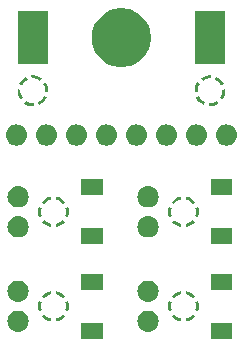
<source format=gtp>
G75*
%FSLAX44Y44*%
%MOMM*%

G36*
X-79900Y25000D2*
X-80083Y26814D1*
X-80607Y28503D1*
X-81437Y30032D1*
X-82536Y31364D1*
X-83868Y32463D1*
X-85397Y33293D1*
X-87086Y33817D1*
X-88900Y34000D1*
X-90714Y33817D1*
X-92403Y33293D1*
X-93932Y32463D1*
X-95264Y31364D1*
X-96363Y30032D1*
X-97193Y28503D1*
X-97717Y26814D1*
X-97900Y25000D1*
X-97717Y23186D1*
X-97193Y21497D1*
X-96363Y19968D1*
X-95264Y18636D1*
X-93932Y17537D1*
X-92403Y16707D1*
X-90714Y16183D1*
X-88900Y16000D1*
X-87086Y16183D1*
X-85397Y16707D1*
X-83868Y17537D1*
X-82536Y18636D1*
X-81437Y19968D1*
X-80607Y21497D1*
X-80083Y23186D1*
X-79900Y25000D1*
G37*

G36*
X-54500Y25000D2*
X-54683Y26814D1*
X-55207Y28503D1*
X-56037Y30032D1*
X-57136Y31364D1*
X-58468Y32463D1*
X-59997Y33293D1*
X-61686Y33817D1*
X-63500Y34000D1*
X-65314Y33817D1*
X-67003Y33293D1*
X-68532Y32463D1*
X-69864Y31364D1*
X-70963Y30032D1*
X-71793Y28503D1*
X-72317Y26814D1*
X-72500Y25000D1*
X-72317Y23186D1*
X-71793Y21497D1*
X-70963Y19968D1*
X-69864Y18636D1*
X-68532Y17537D1*
X-67003Y16707D1*
X-65314Y16183D1*
X-63500Y16000D1*
X-61686Y16183D1*
X-59997Y16707D1*
X-58468Y17537D1*
X-57136Y18636D1*
X-56037Y19968D1*
X-55207Y21497D1*
X-54683Y23186D1*
X-54500Y25000D1*
G37*

G36*
X-29100Y25000D2*
X-29283Y26814D1*
X-29807Y28503D1*
X-30637Y30032D1*
X-31736Y31364D1*
X-33068Y32463D1*
X-34597Y33293D1*
X-36286Y33817D1*
X-38100Y34000D1*
X-39914Y33817D1*
X-41603Y33293D1*
X-43132Y32463D1*
X-44464Y31364D1*
X-45563Y30032D1*
X-46393Y28503D1*
X-46917Y26814D1*
X-47100Y25000D1*
X-46917Y23186D1*
X-46393Y21497D1*
X-45563Y19968D1*
X-44464Y18636D1*
X-43132Y17537D1*
X-41603Y16707D1*
X-39914Y16183D1*
X-38100Y16000D1*
X-36286Y16183D1*
X-34597Y16707D1*
X-33068Y17537D1*
X-31736Y18636D1*
X-30637Y19968D1*
X-29807Y21497D1*
X-29283Y23186D1*
X-29100Y25000D1*
G37*

G36*
X-3700Y25000D2*
X-3883Y26814D1*
X-4407Y28503D1*
X-5237Y30032D1*
X-6336Y31364D1*
X-7668Y32463D1*
X-9197Y33293D1*
X-10886Y33817D1*
X-12700Y34000D1*
X-14514Y33817D1*
X-16203Y33293D1*
X-17732Y32463D1*
X-19064Y31364D1*
X-20163Y30032D1*
X-20993Y28503D1*
X-21517Y26814D1*
X-21700Y25000D1*
X-21517Y23186D1*
X-20993Y21497D1*
X-20163Y19968D1*
X-19064Y18636D1*
X-17732Y17537D1*
X-16203Y16707D1*
X-14514Y16183D1*
X-12700Y16000D1*
X-10886Y16183D1*
X-9197Y16707D1*
X-7668Y17537D1*
X-6336Y18636D1*
X-5237Y19968D1*
X-4407Y21497D1*
X-3883Y23186D1*
X-3700Y25000D1*
G37*

G36*
X21700Y25000D2*
X21517Y26814D1*
X20993Y28503D1*
X20163Y30032D1*
X19064Y31364D1*
X17732Y32463D1*
X16203Y33293D1*
X14514Y33817D1*
X12700Y34000D1*
X10886Y33817D1*
X9197Y33293D1*
X7668Y32463D1*
X6336Y31364D1*
X5237Y30032D1*
X4407Y28503D1*
X3883Y26814D1*
X3700Y25000D1*
X3883Y23186D1*
X4407Y21497D1*
X5237Y19968D1*
X6336Y18636D1*
X7668Y17537D1*
X9197Y16707D1*
X10886Y16183D1*
X12700Y16000D1*
X14514Y16183D1*
X16203Y16707D1*
X17732Y17537D1*
X19064Y18636D1*
X20163Y19968D1*
X20993Y21497D1*
X21517Y23186D1*
X21700Y25000D1*
G37*

G36*
X47100Y25000D2*
X46917Y26814D1*
X46393Y28503D1*
X45563Y30032D1*
X44464Y31364D1*
X43132Y32463D1*
X41603Y33293D1*
X39914Y33817D1*
X38100Y34000D1*
X36286Y33817D1*
X34597Y33293D1*
X33068Y32463D1*
X31736Y31364D1*
X30637Y30032D1*
X29807Y28503D1*
X29283Y26814D1*
X29100Y25000D1*
X29283Y23186D1*
X29807Y21497D1*
X30637Y19968D1*
X31736Y18636D1*
X33068Y17537D1*
X34597Y16707D1*
X36286Y16183D1*
X38100Y16000D1*
X39914Y16183D1*
X41603Y16707D1*
X43132Y17537D1*
X44464Y18636D1*
X45563Y19968D1*
X46393Y21497D1*
X46917Y23186D1*
X47100Y25000D1*
G37*

G36*
X72500Y25000D2*
X72317Y26814D1*
X71793Y28503D1*
X70963Y30032D1*
X69864Y31364D1*
X68532Y32463D1*
X67003Y33293D1*
X65314Y33817D1*
X63500Y34000D1*
X61686Y33817D1*
X59997Y33293D1*
X58468Y32463D1*
X57136Y31364D1*
X56037Y30032D1*
X55207Y28503D1*
X54683Y26814D1*
X54500Y25000D1*
X54683Y23186D1*
X55207Y21497D1*
X56037Y19968D1*
X57136Y18636D1*
X58468Y17537D1*
X59997Y16707D1*
X61686Y16183D1*
X63500Y16000D1*
X65314Y16183D1*
X67003Y16707D1*
X68532Y17537D1*
X69864Y18636D1*
X70963Y19968D1*
X71793Y21497D1*
X72317Y23186D1*
X72500Y25000D1*
G37*

G36*
X97900Y25000D2*
X97717Y26814D1*
X97193Y28503D1*
X96363Y30032D1*
X95264Y31364D1*
X93932Y32463D1*
X92403Y33293D1*
X90714Y33817D1*
X88900Y34000D1*
X87086Y33817D1*
X85397Y33293D1*
X83868Y32463D1*
X82536Y31364D1*
X81437Y30032D1*
X80607Y28503D1*
X80083Y26814D1*
X79900Y25000D1*
X80083Y23186D1*
X80607Y21497D1*
X81437Y19968D1*
X82536Y18636D1*
X83868Y17537D1*
X85397Y16707D1*
X87086Y16183D1*
X88900Y16000D1*
X90714Y16183D1*
X92403Y16707D1*
X93932Y17537D1*
X95264Y18636D1*
X96363Y19968D1*
X97193Y21497D1*
X97717Y23186D1*
X97900Y25000D1*
G37*

G36*
X-62500Y130000D2*
Y85000D1*
X-87500D1*
Y130000D1*
X-62500D1*
G37*

G36*
X87500Y130000D2*
Y85000D1*
X62500D1*
Y130000D1*
X87500D1*
G37*

G36*
X25000Y107500D2*
X24871Y110056D1*
X24492Y112538D1*
X23876Y114934D1*
X23035Y117231D1*
X21983Y119416D1*
X20730Y121478D1*
X19291Y123402D1*
X17678Y125178D1*
X15902Y126791D1*
X13978Y128230D1*
X11916Y129483D1*
X9731Y130535D1*
X7434Y131376D1*
X5038Y131992D1*
X2556Y132371D1*
X0Y132500D1*
X-2556Y132371D1*
X-5038Y131992D1*
X-7434Y131376D1*
X-9731Y130535D1*
X-11916Y129483D1*
X-13978Y128230D1*
X-15902Y126791D1*
X-17678Y125178D1*
X-19291Y123402D1*
X-20730Y121478D1*
X-21983Y119416D1*
X-23035Y117231D1*
X-23876Y114934D1*
X-24492Y112538D1*
X-24871Y110056D1*
X-25000Y107500D1*
X-24871Y104944D1*
X-24492Y102462D1*
X-23876Y100066D1*
X-23035Y97769D1*
X-21983Y95584D1*
X-20730Y93522D1*
X-19291Y91598D1*
X-17678Y89822D1*
X-15902Y88209D1*
X-13978Y86770D1*
X-11916Y85517D1*
X-9731Y84465D1*
X-7434Y83624D1*
X-5038Y83008D1*
X-2556Y82629D1*
X0Y82500D1*
X2556Y82629D1*
X5038Y83008D1*
X7434Y83624D1*
X9731Y84465D1*
X11916Y85517D1*
X13978Y86770D1*
X15902Y88209D1*
X17678Y89822D1*
X19291Y91598D1*
X20730Y93522D1*
X21983Y95584D1*
X23035Y97769D1*
X23876Y100066D1*
X24492Y102462D1*
X24871Y104944D1*
X25000Y107500D1*
G37*

G36*
X-70563Y52984D2*
X-69506Y50718D1*
X-67537Y51856D1*
X-65808Y53308D1*
X-64356Y55037D1*
X-63218Y57006D1*
X-65484Y58063D1*
X-66403Y56472D1*
X-67575Y55075D1*
X-68972Y53903D1*
X-70563Y52984D1*
G37*

G36*
X-64540Y61585D2*
X-62049Y61367D1*
X-62050Y63642D1*
X-62443Y65865D1*
X-63214Y67986D1*
X-64351Y69956D1*
X-66399Y68523D1*
X-65481Y66931D1*
X-64858Y65218D1*
X-64541Y63422D1*
X-64540Y61585D1*
G37*

G36*
X-68977Y71101D2*
X-67544Y73149D1*
X-69514Y74286D1*
X-71635Y75057D1*
X-73858Y75450D1*
X-76133Y75451D1*
X-75915Y72960D1*
X-74078Y72959D1*
X-72282Y72642D1*
X-70569Y72019D1*
X-68977Y71101D1*
G37*

G36*
X-79437Y72016D2*
X-80494Y74282D1*
X-82463Y73144D1*
X-84192Y71692D1*
X-85644Y69963D1*
X-86782Y67994D1*
X-84516Y66937D1*
X-83597Y68528D1*
X-82425Y69925D1*
X-81028Y71097D1*
X-79437Y72016D1*
G37*

G36*
X-85460Y63415D2*
X-87951Y63633D1*
X-87950Y61358D1*
X-87557Y59135D1*
X-86786Y57014D1*
X-85649Y55044D1*
X-83601Y56477D1*
X-84519Y58069D1*
X-85142Y59782D1*
X-85459Y61578D1*
X-85460Y63415D1*
G37*

G36*
X-81023Y53899D2*
X-82456Y51851D1*
X-80486Y50714D1*
X-78365Y49943D1*
X-76142Y49550D1*
X-73867Y49549D1*
X-74085Y52040D1*
X-75922Y52041D1*
X-77718Y52358D1*
X-79431Y52981D1*
X-81023Y53899D1*
G37*

G36*
X84516Y66937D2*
X86782Y67994D1*
X85644Y69963D1*
X84192Y71692D1*
X82463Y73144D1*
X80494Y74282D1*
X79437Y72016D1*
X81028Y71097D1*
X82425Y69925D1*
X83597Y68528D1*
X84516Y66937D1*
G37*

G36*
X75915Y72960D2*
X76133Y75451D1*
X73858Y75450D1*
X71635Y75057D1*
X69514Y74286D1*
X67544Y73149D1*
X68977Y71101D1*
X70569Y72019D1*
X72282Y72642D1*
X74078Y72959D1*
X75915Y72960D1*
G37*

G36*
X66399Y68523D2*
X64351Y69956D1*
X63214Y67986D1*
X62443Y65865D1*
X62050Y63642D1*
X62049Y61367D1*
X64540Y61585D1*
X64541Y63422D1*
X64858Y65218D1*
X65481Y66931D1*
X66399Y68523D1*
G37*

G36*
X65484Y58063D2*
X63218Y57006D1*
X64356Y55037D1*
X65808Y53308D1*
X67537Y51856D1*
X69506Y50718D1*
X70563Y52984D1*
X68972Y53903D1*
X67575Y55075D1*
X66403Y56472D1*
X65484Y58063D1*
G37*

G36*
X74085Y52040D2*
X73867Y49549D1*
X76142Y49550D1*
X78365Y49943D1*
X80486Y50714D1*
X82456Y51851D1*
X81023Y53899D1*
X79431Y52981D1*
X77718Y52358D1*
X75922Y52041D1*
X74085Y52040D1*
G37*

G36*
X83601Y56477D2*
X85649Y55044D1*
X86786Y57014D1*
X87557Y59135D1*
X87950Y61358D1*
X87951Y63633D1*
X85460Y63415D1*
X85459Y61578D1*
X85142Y59782D1*
X84519Y58069D1*
X83601Y56477D1*
G37*

G36*
X-16000Y-26000D2*
X-34000D1*
Y-12500D1*
X-16000D1*
Y-26000D1*
G37*

G36*
X-16000Y-67500D2*
X-34000D1*
Y-54000D1*
X-16000D1*
Y-67500D1*
G37*

G36*
X-87500Y-36300D2*
X-85686Y-36117D1*
X-83997Y-35593D1*
X-82468Y-34763D1*
X-81136Y-33664D1*
X-80037Y-32332D1*
X-79207Y-30803D1*
X-78683Y-29114D1*
X-78500Y-27300D1*
X-78683Y-25486D1*
X-79207Y-23797D1*
X-80037Y-22268D1*
X-81136Y-20936D1*
X-82468Y-19837D1*
X-83997Y-19007D1*
X-85686Y-18483D1*
X-87500Y-18300D1*
X-89314Y-18483D1*
X-91003Y-19007D1*
X-92532Y-19837D1*
X-93864Y-20936D1*
X-94963Y-22268D1*
X-95793Y-23797D1*
X-96317Y-25486D1*
X-96500Y-27300D1*
X-96317Y-29114D1*
X-95793Y-30803D1*
X-94963Y-32332D1*
X-93864Y-33664D1*
X-92532Y-34763D1*
X-91003Y-35593D1*
X-89314Y-36117D1*
X-87500Y-36300D1*
G37*

G36*
X-87500Y-61700D2*
X-85686Y-61517D1*
X-83997Y-60993D1*
X-82468Y-60163D1*
X-81136Y-59064D1*
X-80037Y-57732D1*
X-79207Y-56203D1*
X-78683Y-54514D1*
X-78500Y-52700D1*
X-78683Y-50886D1*
X-79207Y-49197D1*
X-80037Y-47668D1*
X-81136Y-46336D1*
X-82468Y-45237D1*
X-83997Y-44407D1*
X-85686Y-43883D1*
X-87500Y-43700D1*
X-89314Y-43883D1*
X-91003Y-44407D1*
X-92532Y-45237D1*
X-93864Y-46336D1*
X-94963Y-47668D1*
X-95793Y-49197D1*
X-96317Y-50886D1*
X-96500Y-52700D1*
X-96317Y-54514D1*
X-95793Y-56203D1*
X-94963Y-57732D1*
X-93864Y-59064D1*
X-92532Y-60163D1*
X-91003Y-60993D1*
X-89314Y-61517D1*
X-87500Y-61700D1*
G37*

G36*
X-47633Y-43591D2*
X-45284Y-44446D1*
X-44696Y-42249D1*
X-44500Y-40000D1*
X-44696Y-37751D1*
X-45284Y-35554D1*
X-47633Y-36409D1*
X-47158Y-38183D1*
X-47000Y-40000D1*
X-47158Y-41817D1*
X-47633Y-43591D1*
G37*

G36*
X-49457Y-33251D2*
X-47541Y-31644D1*
X-49150Y-30036D1*
X-51000Y-28742D1*
X-53046Y-27787D1*
X-55243Y-27197D1*
X-55677Y-29660D1*
X-53902Y-30136D1*
X-52250Y-30907D1*
X-50756Y-31952D1*
X-49457Y-33251D1*
G37*

G36*
X-59323Y-29660D2*
X-59757Y-27197D1*
X-61954Y-27787D1*
X-64000Y-28742D1*
X-65850Y-30036D1*
X-67459Y-31644D1*
X-65543Y-33251D1*
X-64244Y-31952D1*
X-62750Y-30907D1*
X-61098Y-30136D1*
X-59323Y-29660D1*
G37*

G36*
X-67367Y-36409D2*
X-69716Y-35554D1*
X-70304Y-37751D1*
X-70500Y-40000D1*
X-70304Y-42249D1*
X-69716Y-44446D1*
X-67367Y-43591D1*
X-67842Y-41817D1*
X-68000Y-40000D1*
X-67842Y-38183D1*
X-67367Y-36409D1*
G37*

G36*
X-65543Y-46749D2*
X-67459Y-48356D1*
X-65850Y-49964D1*
X-64000Y-51258D1*
X-61954Y-52213D1*
X-59757Y-52803D1*
X-59323Y-50340D1*
X-61098Y-49864D1*
X-62750Y-49093D1*
X-64244Y-48048D1*
X-65543Y-46749D1*
G37*

G36*
X-55677Y-50340D2*
X-55243Y-52803D1*
X-53046Y-52213D1*
X-51000Y-51258D1*
X-49150Y-49964D1*
X-47541Y-48356D1*
X-49457Y-46749D1*
X-50756Y-48048D1*
X-52250Y-49093D1*
X-53902Y-49864D1*
X-55677Y-50340D1*
G37*

G36*
X94000Y-26000D2*
X76000D1*
Y-12500D1*
X94000D1*
Y-26000D1*
G37*

G36*
X94000Y-67500D2*
X76000D1*
Y-54000D1*
X94000D1*
Y-67500D1*
G37*

G36*
X22500Y-36300D2*
X24314Y-36117D1*
X26003Y-35593D1*
X27532Y-34763D1*
X28864Y-33664D1*
X29963Y-32332D1*
X30793Y-30803D1*
X31317Y-29114D1*
X31500Y-27300D1*
X31317Y-25486D1*
X30793Y-23797D1*
X29963Y-22268D1*
X28864Y-20936D1*
X27532Y-19837D1*
X26003Y-19007D1*
X24314Y-18483D1*
X22500Y-18300D1*
X20686Y-18483D1*
X18997Y-19007D1*
X17468Y-19837D1*
X16136Y-20936D1*
X15037Y-22268D1*
X14207Y-23797D1*
X13683Y-25486D1*
X13500Y-27300D1*
X13683Y-29114D1*
X14207Y-30803D1*
X15037Y-32332D1*
X16136Y-33664D1*
X17468Y-34763D1*
X18997Y-35593D1*
X20686Y-36117D1*
X22500Y-36300D1*
G37*

G36*
X22500Y-61700D2*
X24314Y-61517D1*
X26003Y-60993D1*
X27532Y-60163D1*
X28864Y-59064D1*
X29963Y-57732D1*
X30793Y-56203D1*
X31317Y-54514D1*
X31500Y-52700D1*
X31317Y-50886D1*
X30793Y-49197D1*
X29963Y-47668D1*
X28864Y-46336D1*
X27532Y-45237D1*
X26003Y-44407D1*
X24314Y-43883D1*
X22500Y-43700D1*
X20686Y-43883D1*
X18997Y-44407D1*
X17468Y-45237D1*
X16136Y-46336D1*
X15037Y-47668D1*
X14207Y-49197D1*
X13683Y-50886D1*
X13500Y-52700D1*
X13683Y-54514D1*
X14207Y-56203D1*
X15037Y-57732D1*
X16136Y-59064D1*
X17468Y-60163D1*
X18997Y-60993D1*
X20686Y-61517D1*
X22500Y-61700D1*
G37*

G36*
X62367Y-43591D2*
X64716Y-44446D1*
X65304Y-42249D1*
X65500Y-40000D1*
X65304Y-37751D1*
X64716Y-35554D1*
X62367Y-36409D1*
X62842Y-38183D1*
X63000Y-40000D1*
X62842Y-41817D1*
X62367Y-43591D1*
G37*

G36*
X60543Y-33251D2*
X62459Y-31644D1*
X60850Y-30036D1*
X59000Y-28742D1*
X56954Y-27787D1*
X54757Y-27197D1*
X54323Y-29660D1*
X56098Y-30136D1*
X57750Y-30907D1*
X59244Y-31952D1*
X60543Y-33251D1*
G37*

G36*
X50677Y-29660D2*
X50243Y-27197D1*
X48046Y-27787D1*
X46000Y-28742D1*
X44150Y-30036D1*
X42541Y-31644D1*
X44457Y-33251D1*
X45756Y-31952D1*
X47250Y-30907D1*
X48902Y-30136D1*
X50677Y-29660D1*
G37*

G36*
X42633Y-36409D2*
X40284Y-35554D1*
X39696Y-37751D1*
X39500Y-40000D1*
X39696Y-42249D1*
X40284Y-44446D1*
X42633Y-43591D1*
X42158Y-41817D1*
X42000Y-40000D1*
X42158Y-38183D1*
X42633Y-36409D1*
G37*

G36*
X44457Y-46749D2*
X42541Y-48356D1*
X44150Y-49964D1*
X46000Y-51258D1*
X48046Y-52213D1*
X50243Y-52803D1*
X50677Y-50340D1*
X48902Y-49864D1*
X47250Y-49093D1*
X45756Y-48048D1*
X44457Y-46749D1*
G37*

G36*
X54323Y-50340D2*
X54757Y-52803D1*
X56954Y-52213D1*
X59000Y-51258D1*
X60850Y-49964D1*
X62459Y-48356D1*
X60543Y-46749D1*
X59244Y-48048D1*
X57750Y-49093D1*
X56098Y-49864D1*
X54323Y-50340D1*
G37*

G36*
X-16000Y-106000D2*
X-34000D1*
Y-92500D1*
X-16000D1*
Y-106000D1*
G37*

G36*
X-16000Y-147500D2*
X-34000D1*
Y-134000D1*
X-16000D1*
Y-147500D1*
G37*

G36*
X-87500Y-116300D2*
X-85686Y-116117D1*
X-83997Y-115593D1*
X-82468Y-114763D1*
X-81136Y-113664D1*
X-80037Y-112332D1*
X-79207Y-110803D1*
X-78683Y-109114D1*
X-78500Y-107300D1*
X-78683Y-105486D1*
X-79207Y-103797D1*
X-80037Y-102268D1*
X-81136Y-100936D1*
X-82468Y-99837D1*
X-83997Y-99007D1*
X-85686Y-98483D1*
X-87500Y-98300D1*
X-89314Y-98483D1*
X-91003Y-99007D1*
X-92532Y-99837D1*
X-93864Y-100936D1*
X-94963Y-102268D1*
X-95793Y-103797D1*
X-96317Y-105486D1*
X-96500Y-107300D1*
X-96317Y-109114D1*
X-95793Y-110803D1*
X-94963Y-112332D1*
X-93864Y-113664D1*
X-92532Y-114763D1*
X-91003Y-115593D1*
X-89314Y-116117D1*
X-87500Y-116300D1*
G37*

G36*
X-87500Y-141700D2*
X-85686Y-141517D1*
X-83997Y-140993D1*
X-82468Y-140163D1*
X-81136Y-139064D1*
X-80037Y-137732D1*
X-79207Y-136203D1*
X-78683Y-134514D1*
X-78500Y-132700D1*
X-78683Y-130886D1*
X-79207Y-129197D1*
X-80037Y-127668D1*
X-81136Y-126336D1*
X-82468Y-125237D1*
X-83997Y-124407D1*
X-85686Y-123883D1*
X-87500Y-123700D1*
X-89314Y-123883D1*
X-91003Y-124407D1*
X-92532Y-125237D1*
X-93864Y-126336D1*
X-94963Y-127668D1*
X-95793Y-129197D1*
X-96317Y-130886D1*
X-96500Y-132700D1*
X-96317Y-134514D1*
X-95793Y-136203D1*
X-94963Y-137732D1*
X-93864Y-139064D1*
X-92532Y-140163D1*
X-91003Y-140993D1*
X-89314Y-141517D1*
X-87500Y-141700D1*
G37*

G36*
X-47633Y-123591D2*
X-45284Y-124446D1*
X-44696Y-122249D1*
X-44500Y-120000D1*
X-44696Y-117751D1*
X-45284Y-115554D1*
X-47633Y-116409D1*
X-47158Y-118183D1*
X-47000Y-120000D1*
X-47158Y-121817D1*
X-47633Y-123591D1*
G37*

G36*
X-49457Y-113251D2*
X-47541Y-111644D1*
X-49150Y-110036D1*
X-51000Y-108742D1*
X-53046Y-107787D1*
X-55243Y-107197D1*
X-55677Y-109660D1*
X-53902Y-110136D1*
X-52250Y-110907D1*
X-50756Y-111952D1*
X-49457Y-113251D1*
G37*

G36*
X-59323Y-109660D2*
X-59757Y-107197D1*
X-61954Y-107787D1*
X-64000Y-108742D1*
X-65850Y-110036D1*
X-67459Y-111644D1*
X-65543Y-113251D1*
X-64244Y-111952D1*
X-62750Y-110907D1*
X-61098Y-110136D1*
X-59323Y-109660D1*
G37*

G36*
X-67367Y-116409D2*
X-69716Y-115554D1*
X-70304Y-117751D1*
X-70500Y-120000D1*
X-70304Y-122249D1*
X-69716Y-124446D1*
X-67367Y-123591D1*
X-67842Y-121817D1*
X-68000Y-120000D1*
X-67842Y-118183D1*
X-67367Y-116409D1*
G37*

G36*
X-65543Y-126749D2*
X-67459Y-128356D1*
X-65850Y-129964D1*
X-64000Y-131258D1*
X-61954Y-132213D1*
X-59757Y-132803D1*
X-59323Y-130340D1*
X-61098Y-129864D1*
X-62750Y-129093D1*
X-64244Y-128048D1*
X-65543Y-126749D1*
G37*

G36*
X-55677Y-130340D2*
X-55243Y-132803D1*
X-53046Y-132213D1*
X-51000Y-131258D1*
X-49150Y-129964D1*
X-47541Y-128356D1*
X-49457Y-126749D1*
X-50756Y-128048D1*
X-52250Y-129093D1*
X-53902Y-129864D1*
X-55677Y-130340D1*
G37*

G36*
X94000Y-106000D2*
X76000D1*
Y-92500D1*
X94000D1*
Y-106000D1*
G37*

G36*
X94000Y-147500D2*
X76000D1*
Y-134000D1*
X94000D1*
Y-147500D1*
G37*

G36*
X22500Y-116300D2*
X24314Y-116117D1*
X26003Y-115593D1*
X27532Y-114763D1*
X28864Y-113664D1*
X29963Y-112332D1*
X30793Y-110803D1*
X31317Y-109114D1*
X31500Y-107300D1*
X31317Y-105486D1*
X30793Y-103797D1*
X29963Y-102268D1*
X28864Y-100936D1*
X27532Y-99837D1*
X26003Y-99007D1*
X24314Y-98483D1*
X22500Y-98300D1*
X20686Y-98483D1*
X18997Y-99007D1*
X17468Y-99837D1*
X16136Y-100936D1*
X15037Y-102268D1*
X14207Y-103797D1*
X13683Y-105486D1*
X13500Y-107300D1*
X13683Y-109114D1*
X14207Y-110803D1*
X15037Y-112332D1*
X16136Y-113664D1*
X17468Y-114763D1*
X18997Y-115593D1*
X20686Y-116117D1*
X22500Y-116300D1*
G37*

G36*
X22500Y-141700D2*
X24314Y-141517D1*
X26003Y-140993D1*
X27532Y-140163D1*
X28864Y-139064D1*
X29963Y-137732D1*
X30793Y-136203D1*
X31317Y-134514D1*
X31500Y-132700D1*
X31317Y-130886D1*
X30793Y-129197D1*
X29963Y-127668D1*
X28864Y-126336D1*
X27532Y-125237D1*
X26003Y-124407D1*
X24314Y-123883D1*
X22500Y-123700D1*
X20686Y-123883D1*
X18997Y-124407D1*
X17468Y-125237D1*
X16136Y-126336D1*
X15037Y-127668D1*
X14207Y-129197D1*
X13683Y-130886D1*
X13500Y-132700D1*
X13683Y-134514D1*
X14207Y-136203D1*
X15037Y-137732D1*
X16136Y-139064D1*
X17468Y-140163D1*
X18997Y-140993D1*
X20686Y-141517D1*
X22500Y-141700D1*
G37*

G36*
X62367Y-123591D2*
X64716Y-124446D1*
X65304Y-122249D1*
X65500Y-120000D1*
X65304Y-117751D1*
X64716Y-115554D1*
X62367Y-116409D1*
X62842Y-118183D1*
X63000Y-120000D1*
X62842Y-121817D1*
X62367Y-123591D1*
G37*

G36*
X60543Y-113251D2*
X62459Y-111644D1*
X60850Y-110036D1*
X59000Y-108742D1*
X56954Y-107787D1*
X54757Y-107197D1*
X54323Y-109660D1*
X56098Y-110136D1*
X57750Y-110907D1*
X59244Y-111952D1*
X60543Y-113251D1*
G37*

G36*
X50677Y-109660D2*
X50243Y-107197D1*
X48046Y-107787D1*
X46000Y-108742D1*
X44150Y-110036D1*
X42541Y-111644D1*
X44457Y-113251D1*
X45756Y-111952D1*
X47250Y-110907D1*
X48902Y-110136D1*
X50677Y-109660D1*
G37*

G36*
X42633Y-116409D2*
X40284Y-115554D1*
X39696Y-117751D1*
X39500Y-120000D1*
X39696Y-122249D1*
X40284Y-124446D1*
X42633Y-123591D1*
X42158Y-121817D1*
X42000Y-120000D1*
X42158Y-118183D1*
X42633Y-116409D1*
G37*

G36*
X44457Y-126749D2*
X42541Y-128356D1*
X44150Y-129964D1*
X46000Y-131258D1*
X48046Y-132213D1*
X50243Y-132803D1*
X50677Y-130340D1*
X48902Y-129864D1*
X47250Y-129093D1*
X45756Y-128048D1*
X44457Y-126749D1*
G37*

G36*
X54323Y-130340D2*
X54757Y-132803D1*
X56954Y-132213D1*
X59000Y-131258D1*
X60850Y-129964D1*
X62459Y-128356D1*
X60543Y-126749D1*
X59244Y-128048D1*
X57750Y-129093D1*
X56098Y-129864D1*
X54323Y-130340D1*
G37*

M02*

</source>
